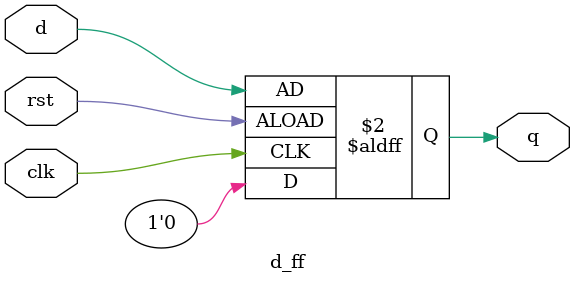
<source format=v>
module d_ff(d,clk,q,rst);
    input d,clk,rst;
    output reg q;
    
  always@(negedge clk or negedge rst)//asynchronous reset
    begin
        if (rst)
        	q = 0;
        else
        q=d;
    end
    
endmodule

</source>
